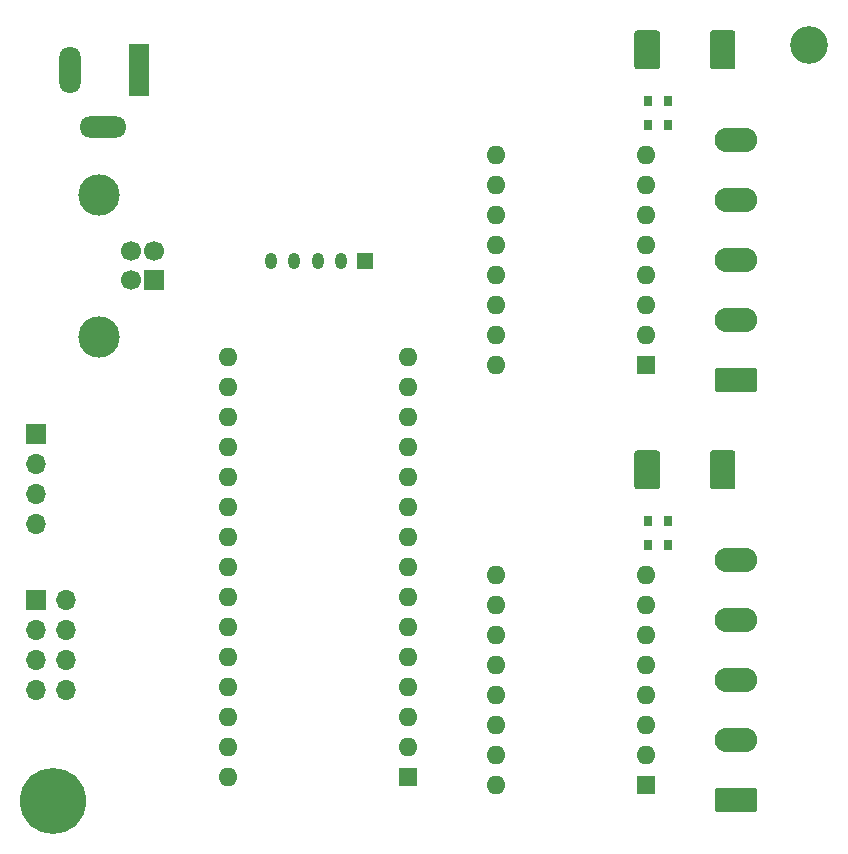
<source format=gbr>
%TF.GenerationSoftware,KiCad,Pcbnew,(5.1.10)-1*%
%TF.CreationDate,2021-10-11T18:25:39+02:00*%
%TF.ProjectId,KSIrotator,4b534972-6f74-4617-946f-722e6b696361,rev?*%
%TF.SameCoordinates,PX8f0d180PY5f5e100*%
%TF.FileFunction,Soldermask,Bot*%
%TF.FilePolarity,Negative*%
%FSLAX46Y46*%
G04 Gerber Fmt 4.6, Leading zero omitted, Abs format (unit mm)*
G04 Created by KiCad (PCBNEW (5.1.10)-1) date 2021-10-11 18:25:39*
%MOMM*%
%LPD*%
G01*
G04 APERTURE LIST*
%ADD10C,3.200000*%
%ADD11C,5.600000*%
%ADD12O,1.700000X1.700000*%
%ADD13R,1.700000X1.700000*%
%ADD14O,1.000000X1.400000*%
%ADD15R,1.350000X1.350000*%
%ADD16R,0.800000X0.900000*%
%ADD17R,1.800000X4.400000*%
%ADD18O,1.800000X4.000000*%
%ADD19O,4.000000X1.800000*%
%ADD20O,3.600000X2.080000*%
%ADD21C,3.500000*%
%ADD22C,1.700000*%
%ADD23R,1.600000X1.600000*%
%ADD24O,1.600000X1.600000*%
G04 APERTURE END LIST*
D10*
%TO.C,H2*%
X32000000Y32000000D03*
%TD*%
D11*
%TO.C,H1*%
X-32000000Y-32000000D03*
%TD*%
D12*
%TO.C,J3*%
X-30960000Y-22620000D03*
X-33500000Y-22620000D03*
X-30960000Y-20080000D03*
X-33500000Y-20080000D03*
X-30960000Y-17540000D03*
X-33500000Y-17540000D03*
X-30960000Y-15000000D03*
D13*
X-33500000Y-15000000D03*
%TD*%
D12*
%TO.C,J2*%
X-33500000Y-8620000D03*
X-33500000Y-6080000D03*
X-33500000Y-3540000D03*
D13*
X-33500000Y-1000000D03*
%TD*%
D14*
%TO.C,J5*%
X-13600000Y13700000D03*
X-11600000Y13700000D03*
X-9600000Y13700000D03*
X-7600000Y13700000D03*
D15*
X-5600000Y13700000D03*
%TD*%
D16*
%TO.C,C18*%
X18346000Y-10350000D03*
X20046000Y-10350000D03*
%TD*%
%TO.C,C17*%
X18346000Y-8318000D03*
X20046000Y-8318000D03*
%TD*%
%TO.C,C13*%
X18346000Y25210000D03*
X20046000Y25210000D03*
%TD*%
%TO.C,C12*%
X18346000Y27242000D03*
X20046000Y27242000D03*
%TD*%
D17*
%TO.C,J4*%
X-24772000Y29850000D03*
D18*
X-30572000Y29850000D03*
D19*
X-27772000Y25050000D03*
%TD*%
%TO.C,C16*%
G36*
G01*
X23582000Y-5399999D02*
X23582000Y-2600001D01*
G75*
G02*
X23832001Y-2350000I250001J0D01*
G01*
X25506999Y-2350000D01*
G75*
G02*
X25757000Y-2600001I0J-250001D01*
G01*
X25757000Y-5399999D01*
G75*
G02*
X25506999Y-5650000I-250001J0D01*
G01*
X23832001Y-5650000D01*
G75*
G02*
X23582000Y-5399999I0J250001D01*
G01*
G37*
G36*
G01*
X17207000Y-5399999D02*
X17207000Y-2600001D01*
G75*
G02*
X17457001Y-2350000I250001J0D01*
G01*
X19131999Y-2350000D01*
G75*
G02*
X19382000Y-2600001I0J-250001D01*
G01*
X19382000Y-5399999D01*
G75*
G02*
X19131999Y-5650000I-250001J0D01*
G01*
X17457001Y-5650000D01*
G75*
G02*
X17207000Y-5399999I0J250001D01*
G01*
G37*
%TD*%
%TO.C,C11*%
G36*
G01*
X23582000Y30160001D02*
X23582000Y32959999D01*
G75*
G02*
X23832001Y33210000I250001J0D01*
G01*
X25506999Y33210000D01*
G75*
G02*
X25757000Y32959999I0J-250001D01*
G01*
X25757000Y30160001D01*
G75*
G02*
X25506999Y29910000I-250001J0D01*
G01*
X23832001Y29910000D01*
G75*
G02*
X23582000Y30160001I0J250001D01*
G01*
G37*
G36*
G01*
X17207000Y30160001D02*
X17207000Y32959999D01*
G75*
G02*
X17457001Y33210000I250001J0D01*
G01*
X19131999Y33210000D01*
G75*
G02*
X19382000Y32959999I0J-250001D01*
G01*
X19382000Y30160001D01*
G75*
G02*
X19131999Y29910000I-250001J0D01*
G01*
X17457001Y29910000D01*
G75*
G02*
X17207000Y30160001I0J250001D01*
G01*
G37*
%TD*%
%TO.C,J7*%
G36*
G01*
X27350001Y-32980000D02*
X24249999Y-32980000D01*
G75*
G02*
X24000000Y-32730001I0J249999D01*
G01*
X24000000Y-31149999D01*
G75*
G02*
X24249999Y-30900000I249999J0D01*
G01*
X27350001Y-30900000D01*
G75*
G02*
X27600000Y-31149999I0J-249999D01*
G01*
X27600000Y-32730001D01*
G75*
G02*
X27350001Y-32980000I-249999J0D01*
G01*
G37*
D20*
X25800000Y-26860000D03*
X25800000Y-21780000D03*
X25800000Y-16700000D03*
X25800000Y-11620000D03*
%TD*%
%TO.C,J6*%
G36*
G01*
X27350001Y2580000D02*
X24249999Y2580000D01*
G75*
G02*
X24000000Y2829999I0J249999D01*
G01*
X24000000Y4410001D01*
G75*
G02*
X24249999Y4660000I249999J0D01*
G01*
X27350001Y4660000D01*
G75*
G02*
X27600000Y4410001I0J-249999D01*
G01*
X27600000Y2829999D01*
G75*
G02*
X27350001Y2580000I-249999J0D01*
G01*
G37*
X25800000Y8700000D03*
X25800000Y13780000D03*
X25800000Y18860000D03*
X25800000Y23940000D03*
%TD*%
D21*
%TO.C,J1*%
X-28142000Y19308000D03*
X-28142000Y7268000D03*
D22*
X-25432000Y12038000D03*
X-25432000Y14538000D03*
X-23432000Y14538000D03*
D13*
X-23432000Y12038000D03*
%TD*%
D23*
%TO.C,A3*%
X18180000Y-30670000D03*
D24*
X5480000Y-12890000D03*
X18180000Y-28130000D03*
X5480000Y-15430000D03*
X18180000Y-25590000D03*
X5480000Y-17970000D03*
X18180000Y-23050000D03*
X5480000Y-20510000D03*
X18180000Y-20510000D03*
X5480000Y-23050000D03*
X18180000Y-17970000D03*
X5480000Y-25590000D03*
X18180000Y-15430000D03*
X5480000Y-28130000D03*
X18180000Y-12890000D03*
X5480000Y-30670000D03*
%TD*%
D23*
%TO.C,A2*%
X18180000Y4890000D03*
D24*
X5480000Y22670000D03*
X18180000Y7430000D03*
X5480000Y20130000D03*
X18180000Y9970000D03*
X5480000Y17590000D03*
X18180000Y12510000D03*
X5480000Y15050000D03*
X18180000Y15050000D03*
X5480000Y12510000D03*
X18180000Y17590000D03*
X5480000Y9970000D03*
X18180000Y20130000D03*
X5480000Y7430000D03*
X18180000Y22670000D03*
X5480000Y4890000D03*
%TD*%
%TO.C,A1*%
X-17240000Y5560000D03*
X-2000000Y5560000D03*
X-17240000Y-30000000D03*
X-2000000Y3020000D03*
X-17240000Y-27460000D03*
X-2000000Y480000D03*
X-17240000Y-24920000D03*
X-2000000Y-2060000D03*
X-17240000Y-22380000D03*
X-2000000Y-4600000D03*
X-17240000Y-19840000D03*
X-2000000Y-7140000D03*
X-17240000Y-17300000D03*
X-2000000Y-9680000D03*
X-17240000Y-14760000D03*
X-2000000Y-12220000D03*
X-17240000Y-12220000D03*
X-2000000Y-14760000D03*
X-17240000Y-9680000D03*
X-2000000Y-17300000D03*
X-17240000Y-7140000D03*
X-2000000Y-19840000D03*
X-17240000Y-4600000D03*
X-2000000Y-22380000D03*
X-17240000Y-2060000D03*
X-2000000Y-24920000D03*
X-17240000Y480000D03*
X-2000000Y-27460000D03*
X-17240000Y3020000D03*
D23*
X-2000000Y-30000000D03*
%TD*%
M02*

</source>
